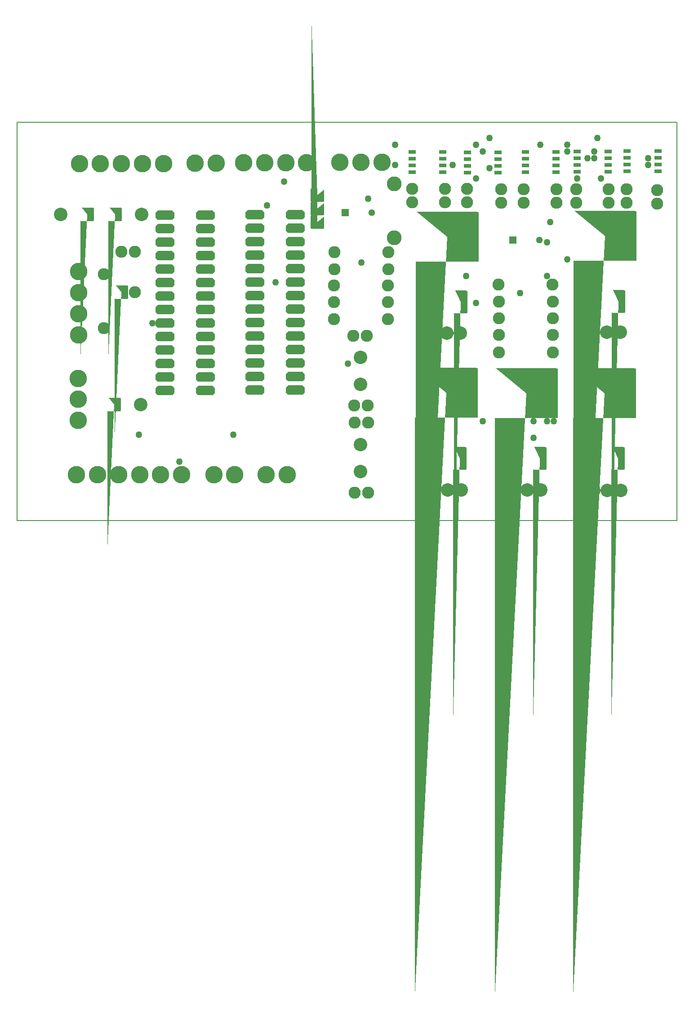
<source format=gbr>
G04 PROTEUS GERBER X2 FILE*
%TF.GenerationSoftware,Labcenter,Proteus,8.9-SP0-Build27865*%
%TF.CreationDate,2020-10-13T12:24:17+00:00*%
%TF.FileFunction,Soldermask,Top*%
%TF.FilePolarity,Negative*%
%TF.Part,Single*%
%TF.SameCoordinates,{eb038a7c-90c0-4424-89c4-d0a3f05e8ce7}*%
%FSLAX45Y45*%
%MOMM*%
G01*
%TA.AperFunction,Material*%
%ADD72C,1.270000*%
%TA.AperFunction,Material*%
%ADD73C,3.302000*%
%AMPPAD024*
4,1,4,
-0.698500,-0.304800,
-0.698500,0.304800,
0.698500,0.304800,
0.698500,-0.304800,
-0.698500,-0.304800,
0*%
%TA.AperFunction,Material*%
%ADD30PPAD024*%
%AMPPAD025*
4,1,68,
-5.715000,4.699000,
5.715000,4.699000,
5.741400,4.697720,
5.766930,4.693950,
5.791490,4.687800,
5.814960,4.679400,
5.837220,4.668870,
5.858150,4.656300,
5.877650,4.641840,
5.895580,4.625580,
5.911840,4.607640,
5.926300,4.588150,
5.938860,4.567220,
5.949400,4.544960,
5.957800,4.521490,
5.963950,4.496930,
5.967720,4.471400,
5.969000,4.445000,
5.969000,-4.445000,
5.967720,-4.471400,
5.963950,-4.496930,
5.957800,-4.521490,
5.949400,-4.544960,
5.938860,-4.567220,
5.926300,-4.588150,
5.911840,-4.607640,
5.895580,-4.625580,
5.877650,-4.641840,
5.858150,-4.656300,
5.837220,-4.668870,
5.814960,-4.679400,
5.791490,-4.687800,
5.766930,-4.693950,
5.741400,-4.697720,
5.715000,-4.699000,
-5.715000,-4.699000,
-5.741400,-4.697720,
-5.766930,-4.693950,
-5.791490,-4.687800,
-5.814960,-4.679400,
-5.837220,-4.668870,
-5.858150,-4.656300,
-5.877650,-4.641840,
-5.895580,-4.625580,
-5.911840,-4.607640,
-5.926300,-4.588150,
-5.938860,-4.567220,
-5.949400,-4.544960,
-5.957800,-4.521490,
-5.963950,-4.496930,
-5.967720,-4.471400,
-5.969000,-4.445000,
-5.969000,4.445000,
-5.967720,4.471400,
-5.963950,4.496930,
-5.957800,4.521490,
-5.949400,4.544960,
-5.938860,4.567220,
-5.926300,4.588150,
-5.911840,4.607640,
-5.895580,4.625580,
-5.877650,4.641840,
-5.858150,4.656300,
-5.837220,4.668870,
-5.814960,4.679400,
-5.791490,4.687800,
-5.766930,4.693950,
-5.741400,4.697720,
-5.715000,4.699000,
0*%
%TA.AperFunction,Material*%
%ADD31PPAD025*%
%AMPPAD026*
4,1,68,
-1.016000,2.159000,
1.016000,2.159000,
1.042400,2.157720,
1.067930,2.153950,
1.092490,2.147800,
1.115960,2.139400,
1.138220,2.128870,
1.159150,2.116300,
1.178650,2.101840,
1.196580,2.085580,
1.212840,2.067640,
1.227300,2.048150,
1.239860,2.027220,
1.250400,2.004960,
1.258800,1.981490,
1.264950,1.956930,
1.268720,1.931400,
1.270000,1.905000,
1.270000,-1.905000,
1.268720,-1.931400,
1.264950,-1.956930,
1.258800,-1.981490,
1.250400,-2.004960,
1.239860,-2.027220,
1.227300,-2.048150,
1.212840,-2.067640,
1.196580,-2.085580,
1.178650,-2.101840,
1.159150,-2.116300,
1.138220,-2.128870,
1.115960,-2.139400,
1.092490,-2.147800,
1.067930,-2.153950,
1.042400,-2.157720,
1.016000,-2.159000,
-1.016000,-2.159000,
-1.042400,-2.157720,
-1.067930,-2.153950,
-1.092490,-2.147800,
-1.115960,-2.139400,
-1.138220,-2.128870,
-1.159150,-2.116300,
-1.178650,-2.101840,
-1.196580,-2.085580,
-1.212840,-2.067640,
-1.227300,-2.048150,
-1.239860,-2.027220,
-1.250400,-2.004960,
-1.258800,-1.981490,
-1.264950,-1.956930,
-1.268720,-1.931400,
-1.270000,-1.905000,
-1.270000,1.905000,
-1.268720,1.931400,
-1.264950,1.956930,
-1.258800,1.981490,
-1.250400,2.004960,
-1.239860,2.027220,
-1.227300,2.048150,
-1.212840,2.067640,
-1.196580,2.085580,
-1.178650,2.101840,
-1.159150,2.116300,
-1.138220,2.128870,
-1.115960,2.139400,
-1.092490,2.147800,
-1.067930,2.153950,
-1.042400,2.157720,
-1.016000,2.159000,
0*%
%ADD32PPAD026*%
%AMPPAD027*
4,1,4,
-0.640000,0.640000,
0.640000,0.640000,
0.640000,-0.640000,
-0.640000,-0.640000,
-0.640000,0.640000,
0*%
%TA.AperFunction,Material*%
%ADD33PPAD027*%
%ADD34C,1.280000*%
%ADD35C,2.286000*%
%TA.AperFunction,Material*%
%ADD36C,2.540000*%
%AMPPAD031*
4,1,8,
-1.324410,0.889000,
1.324410,0.889000,
1.778000,0.435410,
1.778000,-0.435410,
1.324410,-0.889000,
-1.324410,-0.889000,
-1.778000,-0.435410,
-1.778000,0.435410,
-1.324410,0.889000,
0*%
%TA.AperFunction,Material*%
%ADD37PPAD031*%
%AMPPAD032*
4,1,68,
-1.016000,1.270000,
1.016000,1.270000,
1.042400,1.268720,
1.067930,1.264950,
1.092490,1.258800,
1.115960,1.250400,
1.138220,1.239870,
1.159150,1.227300,
1.178650,1.212840,
1.196580,1.196580,
1.212840,1.178640,
1.227300,1.159150,
1.239860,1.138220,
1.250400,1.115960,
1.258800,1.092490,
1.264950,1.067930,
1.268720,1.042400,
1.270000,1.016000,
1.270000,-1.016000,
1.268720,-1.042400,
1.264950,-1.067930,
1.258800,-1.092490,
1.250400,-1.115960,
1.239860,-1.138220,
1.227300,-1.159150,
1.212840,-1.178640,
1.196580,-1.196580,
1.178650,-1.212840,
1.159150,-1.227300,
1.138220,-1.239870,
1.115960,-1.250400,
1.092490,-1.258800,
1.067930,-1.264950,
1.042400,-1.268720,
1.016000,-1.270000,
-1.016000,-1.270000,
-1.042400,-1.268720,
-1.067930,-1.264950,
-1.092490,-1.258800,
-1.115960,-1.250400,
-1.138220,-1.239870,
-1.159150,-1.227300,
-1.178650,-1.212840,
-1.196580,-1.196580,
-1.212840,-1.178640,
-1.227300,-1.159150,
-1.239860,-1.138220,
-1.250400,-1.115960,
-1.258800,-1.092490,
-1.264950,-1.067930,
-1.268720,-1.042400,
-1.270000,-1.016000,
-1.270000,1.016000,
-1.268720,1.042400,
-1.264950,1.067930,
-1.258800,1.092490,
-1.250400,1.115960,
-1.239860,1.138220,
-1.227300,1.159150,
-1.212840,1.178640,
-1.196580,1.196580,
-1.178650,1.212840,
-1.159150,1.227300,
-1.138220,1.239870,
-1.115960,1.250400,
-1.092490,1.258800,
-1.067930,1.264950,
-1.042400,1.268720,
-1.016000,1.270000,
0*%
%TA.AperFunction,Material*%
%ADD38PPAD032*%
%AMPPAD033*
4,1,68,
1.270000,1.016000,
1.270000,-1.016000,
1.268720,-1.042400,
1.264950,-1.067930,
1.258800,-1.092490,
1.250400,-1.115960,
1.239870,-1.138220,
1.227300,-1.159150,
1.212840,-1.178650,
1.196580,-1.196580,
1.178640,-1.212840,
1.159150,-1.227300,
1.138220,-1.239860,
1.115960,-1.250400,
1.092490,-1.258800,
1.067930,-1.264950,
1.042400,-1.268720,
1.016000,-1.270000,
-1.016000,-1.270000,
-1.042400,-1.268720,
-1.067930,-1.264950,
-1.092490,-1.258800,
-1.115960,-1.250400,
-1.138220,-1.239860,
-1.159150,-1.227300,
-1.178640,-1.212840,
-1.196580,-1.196580,
-1.212840,-1.178650,
-1.227300,-1.159150,
-1.239870,-1.138220,
-1.250400,-1.115960,
-1.258800,-1.092490,
-1.264950,-1.067930,
-1.268720,-1.042400,
-1.270000,-1.016000,
-1.270000,1.016000,
-1.268720,1.042400,
-1.264950,1.067930,
-1.258800,1.092490,
-1.250400,1.115960,
-1.239870,1.138220,
-1.227300,1.159150,
-1.212840,1.178650,
-1.196580,1.196580,
-1.178640,1.212840,
-1.159150,1.227300,
-1.138220,1.239860,
-1.115960,1.250400,
-1.092490,1.258800,
-1.067930,1.264950,
-1.042400,1.268720,
-1.016000,1.270000,
1.016000,1.270000,
1.042400,1.268720,
1.067930,1.264950,
1.092490,1.258800,
1.115960,1.250400,
1.138220,1.239860,
1.159150,1.227300,
1.178640,1.212840,
1.196580,1.196580,
1.212840,1.178650,
1.227300,1.159150,
1.239870,1.138220,
1.250400,1.115960,
1.258800,1.092490,
1.264950,1.067930,
1.268720,1.042400,
1.270000,1.016000,
0*%
%TA.AperFunction,Material*%
%ADD39PPAD033*%
%TA.AperFunction,Material*%
%ADD40C,2.794000*%
%TA.AperFunction,Profile*%
%ADD23C,0.203200*%
%TD.AperFunction*%
D72*
X+1397000Y+7239000D03*
X+4381500Y+7302500D03*
X-4445000Y+1714500D03*
X+1143000Y+4699000D03*
X+2603500Y+2476500D03*
X+2476500Y+2476500D03*
X+2222500Y+2476500D03*
X+2222500Y+2159000D03*
X+1143000Y+7048500D03*
X-889000Y+6667500D03*
X-2476500Y+6985000D03*
X+2857500Y+5524500D03*
X-1016000Y+5461000D03*
X+3365500Y+7429500D03*
X+2476500Y+5842000D03*
X+2476500Y+5207000D03*
X+952500Y+5207000D03*
X+4381500Y+7429500D03*
X+3429000Y+7810500D03*
X+1397000Y+7810500D03*
X+3492500Y+7048500D03*
X-1270000Y+3556000D03*
X+698500Y+7302500D03*
X-381000Y+7302500D03*
X-381000Y+7683500D03*
X+127000Y+1841500D03*
X+1968500Y+4889500D03*
X+3048000Y+7048500D03*
X-3429000Y+2222500D03*
X-5207000Y+2222500D03*
X+1270000Y+2476500D03*
X+2349500Y+7683500D03*
X+1143000Y+7683500D03*
X+2540000Y+6223000D03*
X+3238500Y+7429500D03*
X+1778000Y+2032000D03*
X+2857500Y+7683500D03*
X+3365500Y+7556500D03*
X+2857500Y+7556500D03*
X+1270000Y+7556500D03*
X-4953000Y+4318000D03*
X-2794000Y+6540500D03*
X-2636520Y+5087620D03*
D73*
X-6329680Y+7322820D03*
X-5933440Y+7322820D03*
X-5537200Y+7322820D03*
X-5140960Y+7322820D03*
X-4744720Y+7322820D03*
X-3235960Y+7345680D03*
X-2839720Y+7345680D03*
X-2443480Y+7345680D03*
X-2047240Y+7345680D03*
X-4147820Y+7335520D03*
X-3751580Y+7335520D03*
X-4401820Y+1463040D03*
X-4798060Y+1463040D03*
X-5194300Y+1463040D03*
X-5590540Y+1463040D03*
X-5986780Y+1463040D03*
X-6383020Y+1463040D03*
X-3401060Y+1465580D03*
X-3797300Y+1465580D03*
X-2415540Y+1463040D03*
X-2811780Y+1463040D03*
X-6350000Y+2489200D03*
X-6350000Y+2885440D03*
X-6350000Y+3281680D03*
D30*
X-60960Y+7548880D03*
X-60960Y+7421880D03*
X-60960Y+7294880D03*
X-60960Y+7167880D03*
X+519040Y+7167880D03*
X+519040Y+7294880D03*
X+519040Y+7421880D03*
X+519040Y+7548880D03*
X+980440Y+7541260D03*
X+980440Y+7414260D03*
X+980440Y+7287260D03*
X+980440Y+7160260D03*
X+1560440Y+7160260D03*
X+1560440Y+7287260D03*
X+1560440Y+7414260D03*
X+1560440Y+7541260D03*
X+2070100Y+7546340D03*
X+2070100Y+7419340D03*
X+2070100Y+7292340D03*
X+2070100Y+7165340D03*
X+2650100Y+7165340D03*
X+2650100Y+7292340D03*
X+2650100Y+7419340D03*
X+2650100Y+7546340D03*
X+3048000Y+7553960D03*
X+3048000Y+7426960D03*
X+3048000Y+7299960D03*
X+3048000Y+7172960D03*
X+3628000Y+7172960D03*
X+3628000Y+7299960D03*
X+3628000Y+7426960D03*
X+3628000Y+7553960D03*
X+3986920Y+7564120D03*
X+3986920Y+7437120D03*
X+3986920Y+7310120D03*
X+3986920Y+7183120D03*
X+4566920Y+7183120D03*
X+4566920Y+7310120D03*
X+4566920Y+7437120D03*
X+4566920Y+7564120D03*
D31*
X+596900Y+5948680D03*
D32*
X+342900Y+4716780D03*
X+850900Y+4716780D03*
D31*
X+3573780Y+5958840D03*
D32*
X+3319780Y+4726940D03*
X+3827780Y+4726940D03*
D31*
X+584200Y+3007360D03*
D32*
X+330200Y+1775460D03*
X+838200Y+1775460D03*
D31*
X+2090420Y+3002280D03*
D32*
X+1836420Y+1770380D03*
X+2344420Y+1770380D03*
D31*
X+3563620Y+3002280D03*
D32*
X+3309620Y+1770380D03*
X+3817620Y+1770380D03*
D33*
X+1838960Y+5887720D03*
D34*
X+2338960Y+5887720D03*
D35*
X-63500Y+6850380D03*
X-63500Y+6596380D03*
X+972820Y+6847840D03*
X+972820Y+6593840D03*
X+2037080Y+6586220D03*
X+2037080Y+6840220D03*
X+3027680Y+6842760D03*
X+3027680Y+6588760D03*
X+3977640Y+6591300D03*
X+3977640Y+6845300D03*
D36*
X+335280Y+4132580D03*
X+589280Y+4132580D03*
X+843280Y+4132580D03*
X+3860800Y+4147820D03*
X+3606800Y+4147820D03*
X+3352800Y+4147820D03*
X+350520Y+1181100D03*
X+604520Y+1181100D03*
X+858520Y+1181100D03*
X+1849120Y+1181100D03*
X+2103120Y+1181100D03*
X+2357120Y+1181100D03*
X+3868420Y+1173480D03*
X+3614420Y+1173480D03*
X+3360420Y+1173480D03*
D35*
X-1526540Y+5656580D03*
X-510540Y+5656580D03*
X-1529080Y+5334000D03*
X-513080Y+5334000D03*
X-1534160Y+5031740D03*
X-518160Y+5031740D03*
X-1536700Y+4719320D03*
X-520700Y+4719320D03*
X-1531620Y+4394200D03*
X-515620Y+4394200D03*
X+558800Y+6850380D03*
X+558800Y+6596380D03*
X+1615440Y+6588760D03*
X+1615440Y+6842760D03*
X+2656840Y+6591300D03*
X+2656840Y+6845300D03*
X+3637280Y+6591300D03*
X+3637280Y+6845300D03*
X+4556760Y+6576060D03*
X+4556760Y+6830060D03*
X+1564640Y+5049520D03*
X+2580640Y+5049520D03*
X+2585720Y+4729480D03*
X+1569720Y+4729480D03*
X+1572260Y+4411980D03*
X+2588260Y+4411980D03*
X+1572260Y+4097020D03*
X+2588260Y+4097020D03*
X+1577340Y+3771900D03*
X+2593340Y+3771900D03*
D37*
X-3022600Y+6360160D03*
X-3022600Y+6106160D03*
X-3022600Y+5852160D03*
X-3022600Y+5598160D03*
X-3022600Y+5344160D03*
X-3022600Y+5090160D03*
X-3022600Y+4836160D03*
X-3022600Y+4582160D03*
X-3022600Y+4328160D03*
X-3022600Y+4074160D03*
X-3022600Y+3820160D03*
X-3022600Y+3566160D03*
X-3022600Y+3312160D03*
X-3022600Y+3058160D03*
X-2260600Y+3058160D03*
X-2260600Y+3312160D03*
X-2260600Y+3566160D03*
X-2260600Y+3820160D03*
X-2260600Y+4074160D03*
X-2260600Y+4328160D03*
X-2260600Y+4582160D03*
X-2260600Y+4836160D03*
X-2260600Y+5090160D03*
X-2260600Y+5344160D03*
X-2260600Y+5598160D03*
X-2260600Y+5852160D03*
X-2260600Y+6106160D03*
X-2260600Y+6358160D03*
D36*
X-1031240Y+3680460D03*
X-1031240Y+3172460D03*
D35*
X-911860Y+4084320D03*
X-1165860Y+4084320D03*
X-901700Y+2771140D03*
X-1155700Y+2771140D03*
D37*
X-4714240Y+6354540D03*
X-4714240Y+6100540D03*
X-4714240Y+5846540D03*
X-4714240Y+5592540D03*
X-4714240Y+5338540D03*
X-4714240Y+5084540D03*
X-4714240Y+4830540D03*
X-4714240Y+4576540D03*
X-4714240Y+4322540D03*
X-4714240Y+4068540D03*
X-4714240Y+3814540D03*
X-4714240Y+3560540D03*
X-4714240Y+3306540D03*
X-4714240Y+3052540D03*
X-3952240Y+3052540D03*
X-3952240Y+3306540D03*
X-3952240Y+3560540D03*
X-3952240Y+3814540D03*
X-3952240Y+4068540D03*
X-3952240Y+4322540D03*
X-3952240Y+4576540D03*
X-3952240Y+4830540D03*
X-3952240Y+5084540D03*
X-3952240Y+5338540D03*
X-3952240Y+5592540D03*
X-3952240Y+5846540D03*
X-3952240Y+6100540D03*
X-3952240Y+6352540D03*
D36*
X-1033780Y+2034540D03*
X-1033780Y+1526540D03*
D35*
X-891540Y+2446020D03*
X-1145540Y+2446020D03*
X-886460Y+1127760D03*
X-1140460Y+1127760D03*
D38*
X-5539740Y+4902200D03*
D35*
X-5285740Y+4902200D03*
X-5285740Y+5664200D03*
X-5539740Y+5664200D03*
X-5872480Y+4224020D03*
X-5872480Y+5240020D03*
D73*
X-1422400Y+7348220D03*
X-1026160Y+7348220D03*
X-629920Y+7348220D03*
D39*
X-1844040Y+6736080D03*
X-1844040Y+6482080D03*
X-1844040Y+6228080D03*
D40*
X-398780Y+5930900D03*
X-398780Y+6946900D03*
D33*
X-1321880Y+6405880D03*
D34*
X-821880Y+6405880D03*
D38*
X-5673980Y+2783840D03*
D36*
X-5173980Y+2783840D03*
D38*
X-6184900Y+6365240D03*
D36*
X-6684900Y+6365240D03*
D38*
X-5653660Y+6365240D03*
D36*
X-5153660Y+6365240D03*
D73*
X-6339840Y+4102100D03*
X-6339840Y+4498340D03*
X-6339840Y+4894580D03*
X-6339840Y+5290820D03*
D23*
X-7503160Y+607060D02*
X+4927600Y+607060D01*
X+4927600Y+8105140D01*
X-7503160Y+8105140D01*
X-7503160Y+607060D01*
M02*

</source>
